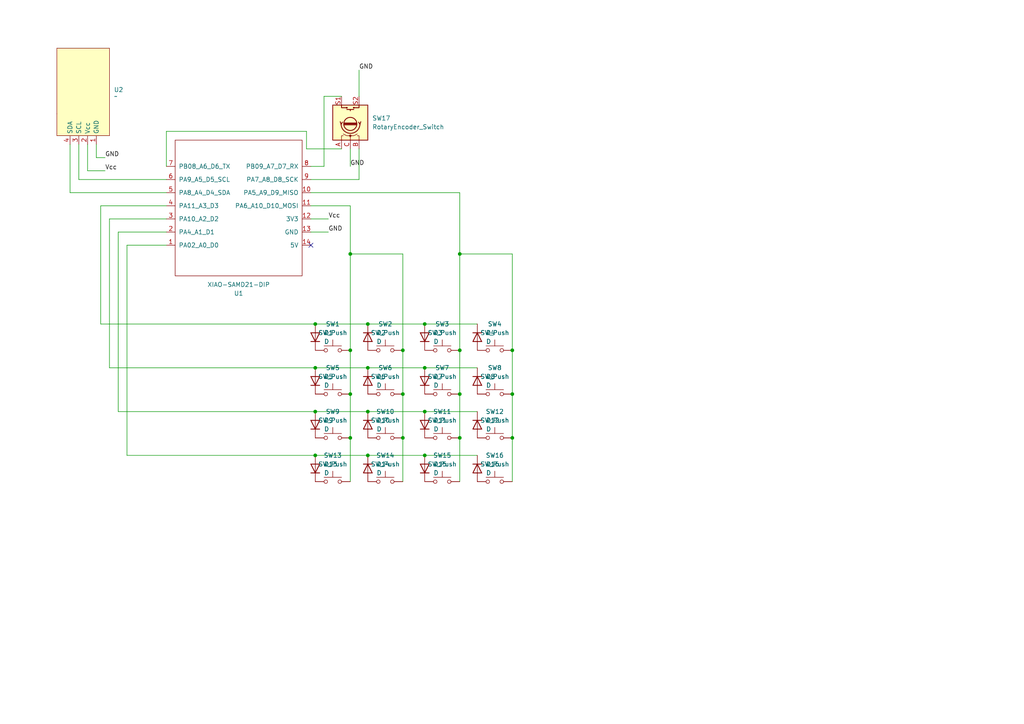
<source format=kicad_sch>
(kicad_sch (version 20231120) (generator "eeschema") (generator_version "8.0")
  (paper "A4")
  (lib_symbols
    (symbol "Device:D" (pin_numbers hide) (pin_names (offset 1.016) hide)
      (property "Reference" "D" (at 0 2.54 0))
      (property "Value" "D" (at 0 -2.54 0))
      (symbol "D_0_1"
        (polyline (pts (xy -1.27 1.27) (xy -1.27 -1.27)) (stroke (width 0.254)))
        (polyline (pts (xy 1.27 0) (xy -1.27 0)))
        (polyline (pts (xy 1.27 1.27) (xy 1.27 -1.27) (xy -1.27 0) (xy 1.27 1.27)) (stroke (width 0.254)))
      )
      (symbol "D_1_1"
        (pin passive line (at -3.81 0 0) (length 2.54) (name "K") (number "1"))
        (pin passive line (at 3.81 0 180) (length 2.54) (name "A") (number "2"))
      )
    )
    (symbol "Device:RotaryEncoder_Switch" (pin_names (offset 0.254) hide)
      (property "Reference" "SW" (at 0 6.604 0))
      (property "Value" "RotaryEncoder_Switch" (at 0 -6.604 0))
      (symbol "RotaryEncoder_Switch_0_1"
        (rectangle (start -5.08 5.08) (end 5.08 -5.08) (stroke (width 0.254)) (fill (type background)))
        (circle (center -3.81 0) (radius 0.254) (fill (type outline)))
        (circle (center -0.381 0) (radius 1.905) (stroke (width 0.254)))
        (arc (start -0.381 2.667) (mid -3.0988 -0.0635) (end -0.381 -2.794) (stroke (width 0.254)))
        (polyline (pts (xy -0.635 -1.778) (xy -0.635 1.778)) (stroke (width 0.254)))
        (polyline (pts (xy -0.381 -1.778) (xy -0.381 1.778)) (stroke (width 0.254)))
        (polyline (pts (xy -0.127 1.778) (xy -0.127 -1.778)) (stroke (width 0.254)))
        (polyline (pts (xy 3.81 0) (xy 3.429 0)) (stroke (width 0.254)))
        (polyline (pts (xy 3.81 1.016) (xy 3.81 -1.016)) (stroke (width 0.254)))
        (polyline (pts (xy -5.08 -2.54) (xy -3.81 -2.54) (xy -3.81 -2.032)))
        (polyline (pts (xy -5.08 2.54) (xy -3.81 2.54) (xy -3.81 2.032)))
        (polyline (pts (xy 0.254 -3.048) (xy -0.508 -2.794) (xy 0.127 -2.413)) (stroke (width 0.254)))
        (polyline (pts (xy 0.254 2.921) (xy -0.508 2.667) (xy 0.127 2.286)) (stroke (width 0.254)))
        (polyline (pts (xy 5.08 -2.54) (xy 4.318 -2.54) (xy 4.318 -1.016)) (stroke (width 0.254)))
        (polyline (pts (xy 5.08 2.54) (xy 4.318 2.54) (xy 4.318 1.016)) (stroke (width 0.254)))
        (polyline (pts (xy -5.08 0) (xy -3.81 0) (xy -3.81 -1.016) (xy -3.302 -2.032)))
        (polyline (pts (xy -4.318 0) (xy -3.81 0) (xy -3.81 1.016) (xy -3.302 2.032)))
        (circle (center 4.318 -1.016) (radius 0.127) (stroke (width 0.254)))
        (circle (center 4.318 1.016) (radius 0.127) (stroke (width 0.254)))
      )
      (symbol "RotaryEncoder_Switch_1_1"
        (pin passive line (at -7.62 2.54 0) (length 2.54) (name "A") (number "A"))
        (pin passive line (at -7.62 -2.54 0) (length 2.54) (name "B") (number "B"))
        (pin passive line (at -7.62 0 0) (length 2.54) (name "C") (number "C"))
        (pin passive line (at 7.62 2.54 180) (length 2.54) (name "S1") (number "S1"))
        (pin passive line (at 7.62 -2.54 180) (length 2.54) (name "S2") (number "S2"))
      )
    )
    (symbol "New_Library:oled_ssd1306_128x32"
      (property "Reference" "U2" (at 15.8751 -16.51 90))
      (property "Value" "~" (at 13.97 -16.51 90))
      (symbol "oled_ssd1306_128x32_0_1"
        (rectangle (start 8.89 0) (end 8.89 0))
      )
      (symbol "oled_ssd1306_128x32_1_1"
        (rectangle (start 2.54 0) (end 27.94 -15.24) (fill (type background)))
        (pin power_out line (at 0 -11.43 0) (length 2.54) (name "GND") (number "1"))
        (pin power_in line (at 0 -8.89 0) (length 2.54) (name "Vcc") (number "2"))
        (pin input line (at 0 -6.35 0) (length 2.54) (name "SCL") (number "3"))
        (pin input line (at 0 -3.81 0) (length 2.54) (name "SDA") (number "4"))
      )
    )
    (symbol "Seeed_Studio_XIAO_Series:XIAO-SAMD21-DIP" (pin_names (offset 1.016))
      (property "Reference" "U" (at -18.542 22.86 0))
      (property "Value" "XIAO-SAMD21-DIP" (at -10.16 21.082 0))
      (symbol "XIAO-SAMD21-DIP_0_1"
        (rectangle (start -19.05 20.32) (end 17.78 -19.05))
      )
      (symbol "XIAO-SAMD21-DIP_1_1"
        (pin passive line (at -21.59 11.43 0) (length 2.54) (name "PA02_A0_D0") (number "1"))
        (pin passive line (at 20.32 -3.81 180) (length 2.54) (name "PA5_A9_D9_MISO") (number "10"))
        (pin passive line (at 20.32 0 180) (length 2.54) (name "PA6_A10_D10_MOSI") (number "11"))
        (pin passive line (at 20.32 3.81 180) (length 2.54) (name "3V3") (number "12"))
        (pin passive line (at 20.32 7.62 180) (length 2.54) (name "GND") (number "13"))
        (pin passive line (at 20.32 11.43 180) (length 2.54) (name "5V") (number "14"))
        (pin passive line (at -21.59 7.62 0) (length 2.54) (name "PA4_A1_D1") (number "2"))
        (pin passive line (at -21.59 3.81 0) (length 2.54) (name "PA10_A2_D2") (number "3"))
        (pin passive line (at -21.59 0 0) (length 2.54) (name "PA11_A3_D3") (number "4"))
        (pin passive line (at -21.59 -3.81 0) (length 2.54) (name "PA8_A4_D4_SDA") (number "5"))
        (pin passive line (at -21.59 -7.62 0) (length 2.54) (name "PA9_A5_D5_SCL") (number "6"))
        (pin passive line (at -21.59 -11.43 0) (length 2.54) (name "PB08_A6_D6_TX") (number "7"))
        (pin passive line (at 20.32 -11.43 180) (length 2.54) (name "PB09_A7_D7_RX") (number "8"))
        (pin passive line (at 20.32 -7.62 180) (length 2.54) (name "PA7_A8_D8_SCK") (number "9"))
      )
    )
    (symbol "Switch:SW_Push" (pin_numbers hide) (pin_names (offset 1.016) hide)
      (property "Reference" "SW" (at 1.27 2.54 0))
      (property "Value" "SW_Push" (at 0 -1.524 0))
      (symbol "SW_Push_0_1"
        (circle (center -2.032 0) (radius 0.508))
        (polyline (pts (xy 0 1.27) (xy 0 3.048)))
        (polyline (pts (xy 2.54 1.27) (xy -2.54 1.27)))
        (circle (center 2.032 0) (radius 0.508))
        (pin passive line (at -5.08 0 0) (length 2.54) (name "1") (number "1"))
        (pin passive line (at 5.08 0 180) (length 2.54) (name "2") (number "2"))
      )
    )
  )
  (junction (at 133.35 73.66))
  (junction (at 101.6 101.6))
  (junction (at 101.6 114.3))
  (junction (at 123.19 119.38))
  (junction (at 91.44 93.98))
  (junction (at 106.68 119.38))
  (junction (at 106.68 93.98))
  (junction (at 133.35 127))
  (junction (at 123.19 106.68))
  (junction (at 116.84 101.6))
  (junction (at 106.68 106.68))
  (junction (at 91.44 119.38))
  (junction (at 101.6 73.66))
  (junction (at 133.35 101.6))
  (junction (at 106.68 132.08))
  (junction (at 123.19 132.08))
  (junction (at 148.59 127))
  (junction (at 148.59 114.3))
  (junction (at 91.44 132.08))
  (junction (at 116.84 127))
  (junction (at 101.6 127))
  (junction (at 133.35 114.3))
  (junction (at 116.84 114.3))
  (junction (at 123.19 93.98))
  (junction (at 148.59 101.6))
  (junction (at 91.44 106.68))
  (no_connect (at 90.17 71.12))
  (wire (pts (xy 133.35 101.6) (xy 133.35 114.3)))
  (wire (pts (xy 106.68 106.68) (xy 123.19 106.68)))
  (wire (pts (xy 133.35 73.66) (xy 133.35 101.6)))
  (wire (pts (xy 123.19 93.98) (xy 138.43 93.98)))
  (wire (pts (xy 133.35 55.88) (xy 133.35 73.66)))
  (wire (pts (xy 31.75 106.68) (xy 91.44 106.68)))
  (wire (pts (xy 88.9 38.1) (xy 48.26 38.1)))
  (wire (pts (xy 30.48 45.72) (xy 27.94 45.72)))
  (wire (pts (xy 91.44 132.08) (xy 106.68 132.08)))
  (wire (pts (xy 116.84 101.6) (xy 116.84 73.66)))
  (wire (pts (xy 20.32 41.91) (xy 20.32 55.88)))
  (wire (pts (xy 101.6 114.3) (xy 101.6 127)))
  (wire (pts (xy 20.32 55.88) (xy 48.26 55.88)))
  (wire (pts (xy 29.21 93.98) (xy 91.44 93.98)))
  (wire (pts (xy 116.84 101.6) (xy 116.84 114.3)))
  (wire (pts (xy 116.84 127) (xy 116.84 139.7)))
  (wire (pts (xy 91.44 106.68) (xy 106.68 106.68)))
  (wire (pts (xy 116.84 73.66) (xy 101.6 73.66)))
  (wire (pts (xy 101.6 101.6) (xy 101.6 114.3)))
  (wire (pts (xy 48.26 38.1) (xy 48.26 48.26)))
  (wire (pts (xy 91.44 119.38) (xy 106.68 119.38)))
  (wire (pts (xy 29.21 93.98) (xy 29.21 59.69)))
  (wire (pts (xy 90.17 63.5) (xy 95.25 63.5)))
  (wire (pts (xy 31.75 63.5) (xy 48.26 63.5)))
  (wire (pts (xy 148.59 73.66) (xy 133.35 73.66)))
  (wire (pts (xy 31.75 106.68) (xy 31.75 63.5)))
  (wire (pts (xy 133.35 114.3) (xy 133.35 127)))
  (wire (pts (xy 34.29 119.38) (xy 91.44 119.38)))
  (wire (pts (xy 90.17 67.31) (xy 95.25 67.31)))
  (wire (pts (xy 88.9 43.18) (xy 88.9 38.1)))
  (wire (pts (xy 93.98 48.26) (xy 90.17 48.26)))
  (wire (pts (xy 123.19 132.08) (xy 138.43 132.08)))
  (wire (pts (xy 104.14 20.32) (xy 104.14 27.94)))
  (wire (pts (xy 36.83 132.08) (xy 91.44 132.08)))
  (wire (pts (xy 29.21 59.69) (xy 48.26 59.69)))
  (wire (pts (xy 133.35 127) (xy 133.35 139.7)))
  (wire (pts (xy 123.19 106.68) (xy 138.43 106.68)))
  (wire (pts (xy 106.68 132.08) (xy 123.19 132.08)))
  (wire (pts (xy 91.44 93.98) (xy 106.68 93.98)))
  (wire (pts (xy 99.06 43.18) (xy 88.9 43.18)))
  (wire (pts (xy 148.59 127) (xy 148.59 139.7)))
  (wire (pts (xy 116.84 114.3) (xy 116.84 127)))
  (wire (pts (xy 148.59 101.6) (xy 148.59 114.3)))
  (wire (pts (xy 99.06 27.94) (xy 93.98 27.94)))
  (wire (pts (xy 106.68 93.98) (xy 123.19 93.98)))
  (wire (pts (xy 34.29 119.38) (xy 34.29 67.31)))
  (wire (pts (xy 101.6 73.66) (xy 101.6 101.6)))
  (wire (pts (xy 22.86 52.07) (xy 48.26 52.07)))
  (wire (pts (xy 90.17 59.69) (xy 101.6 59.69)))
  (wire (pts (xy 123.19 119.38) (xy 138.43 119.38)))
  (wire (pts (xy 30.48 49.53) (xy 25.4 49.53)))
  (wire (pts (xy 148.59 101.6) (xy 148.59 73.66)))
  (wire (pts (xy 104.14 52.07) (xy 90.17 52.07)))
  (wire (pts (xy 106.68 119.38) (xy 123.19 119.38)))
  (wire (pts (xy 36.83 71.12) (xy 48.26 71.12)))
  (wire (pts (xy 101.6 43.18) (xy 101.6 48.26)))
  (wire (pts (xy 22.86 41.91) (xy 22.86 52.07)))
  (wire (pts (xy 34.29 67.31) (xy 48.26 67.31)))
  (wire (pts (xy 90.17 55.88) (xy 133.35 55.88)))
  (wire (pts (xy 104.14 43.18) (xy 104.14 52.07)))
  (wire (pts (xy 36.83 132.08) (xy 36.83 71.12)))
  (wire (pts (xy 101.6 59.69) (xy 101.6 73.66)))
  (wire (pts (xy 101.6 127) (xy 101.6 139.7)))
  (wire (pts (xy 148.59 114.3) (xy 148.59 127)))
  (wire (pts (xy 93.98 27.94) (xy 93.98 48.26)))
  (wire (pts (xy 25.4 41.91) (xy 25.4 49.53)))
  (wire (pts (xy 27.94 45.72) (xy 27.94 41.91)))
  (label "GND" (at 30.48 45.72 0))
  (label "GND" (at 104.14 20.32 0))
  (label "GND" (at 95.25 67.31 0))
  (label "GND" (at 101.6 48.26 0))
  (label "Vcc" (at 95.25 63.5 0))
  (label "Vcc" (at 30.48 49.53 0))
  (symbol (lib_id "Seeed_Studio_XIAO_Series:XIAO-SAMD21-DIP") (at 69.85 59.69 0) (mirror x) (unit 1)
    (property "Reference" "U1" (at 69.215 85.09 0))
    (property "Value" "XIAO-SAMD21-DIP" (at 69.215 82.55 0))
    (property "Footprint" "Seeed Studio XIAO Series Library:XIAO-SAMD21-DIP" (effects (hide yes)))
  )
  (symbol (lib_id "Switch:SW_Push") (at 143.51 127 0) (unit 1)
    (property "Reference" "SW12" (at 143.51 119.38 0))
    (property "Value" "SW_Push" (at 143.51 121.92 0))
    (property "Footprint" "PCM_Switch_Keyboard_Cherry_MX:SW_Cherry_MX_PCB" (effects (hide yes)))
    (property "Description" "Push button switch, generic, two pins" (effects (hide yes)))
  )
  (symbol (lib_id "Device:D") (at 106.68 97.79 270) (unit 1)
    (property "Reference" "D2" (at 109.22 96.5199 90) (effects (justify left)))
    (property "Value" "D" (at 109.22 99.0599 90) (effects (justify left)))
    (property "Footprint" "Diode_THT:D_DO-35_SOD27_P7.62mm_Horizontal" (effects (hide yes)))
    (property "Description" "Diode" (effects (hide yes)))
    (property "Sim.Device" "D" (effects (hide yes)))
    (property "Sim.Pins" "1=K 2=A" (effects (hide yes)))
  )
  (symbol (lib_id "Device:D") (at 138.43 110.49 270) (unit 1)
    (property "Reference" "D8" (at 140.97 109.2199 90) (effects (justify left)))
    (property "Value" "D" (at 140.97 111.7599 90) (effects (justify left)))
    (property "Footprint" "Diode_THT:D_DO-35_SOD27_P7.62mm_Horizontal" (effects (hide yes)))
    (property "Description" "Diode" (effects (hide yes)))
    (property "Sim.Device" "D" (effects (hide yes)))
    (property "Sim.Pins" "1=K 2=A" (effects (hide yes)))
  )
  (symbol (lib_id "Switch:SW_Push") (at 111.76 139.7 0) (unit 1)
    (property "Reference" "SW14" (at 111.76 132.08 0))
    (property "Value" "SW_Push" (at 111.76 134.62 0))
    (property "Footprint" "PCM_Switch_Keyboard_Cherry_MX:SW_Cherry_MX_PCB" (effects (hide yes)))
    (property "Description" "Push button switch, generic, two pins" (effects (hide yes)))
  )
  (symbol (lib_id "Device:D") (at 123.19 110.49 90) (unit 1)
    (property "Reference" "D7" (at 125.73 109.2199 90) (effects (justify right)))
    (property "Value" "D" (at 125.73 111.7599 90) (effects (justify right)))
    (property "Footprint" "Diode_THT:D_DO-35_SOD27_P7.62mm_Horizontal" (effects (hide yes)))
    (property "Description" "Diode" (effects (hide yes)))
    (property "Sim.Device" "D" (effects (hide yes)))
    (property "Sim.Pins" "1=K 2=A" (effects (hide yes)))
  )
  (symbol (lib_id "Switch:SW_Push") (at 96.52 139.7 0) (unit 1)
    (property "Reference" "SW13" (at 96.52 132.08 0))
    (property "Value" "SW_Push" (at 96.52 134.62 0))
    (property "Footprint" "PCM_Switch_Keyboard_Cherry_MX:SW_Cherry_MX_PCB" (effects (hide yes)))
    (property "Description" "Push button switch, generic, two pins" (effects (hide yes)))
  )
  (symbol (lib_id "Device:D") (at 106.68 135.89 270) (unit 1)
    (property "Reference" "D14" (at 109.22 134.6199 90) (effects (justify left)))
    (property "Value" "D" (at 109.22 137.1599 90) (effects (justify left)))
    (property "Footprint" "Diode_THT:D_DO-35_SOD27_P7.62mm_Horizontal" (effects (hide yes)))
    (property "Description" "Diode" (effects (hide yes)))
    (property "Sim.Device" "D" (effects (hide yes)))
    (property "Sim.Pins" "1=K 2=A" (effects (hide yes)))
  )
  (symbol (lib_id "Switch:SW_Push") (at 96.52 101.6 0) (unit 1)
    (property "Reference" "SW1" (at 96.52 93.98 0))
    (property "Value" "SW_Push" (at 96.52 96.52 0))
    (property "Footprint" "PCM_Switch_Keyboard_Cherry_MX:SW_Cherry_MX_PCB" (effects (hide yes)))
    (property "Description" "Push button switch, generic, two pins" (effects (hide yes)))
  )
  (symbol (lib_id "Switch:SW_Push") (at 143.51 114.3 0) (unit 1)
    (property "Reference" "SW8" (at 143.51 106.68 0))
    (property "Value" "SW_Push" (at 143.51 109.22 0))
    (property "Footprint" "PCM_Switch_Keyboard_Cherry_MX:SW_Cherry_MX_PCB" (effects (hide yes)))
    (property "Description" "Push button switch, generic, two pins" (effects (hide yes)))
  )
  (symbol (lib_id "Device:D") (at 91.44 135.89 90) (unit 1)
    (property "Reference" "D13" (at 93.98 134.6199 90) (effects (justify right)))
    (property "Value" "D" (at 93.98 137.1599 90) (effects (justify right)))
    (property "Footprint" "Diode_THT:D_DO-35_SOD27_P7.62mm_Horizontal" (effects (hide yes)))
    (property "Description" "Diode" (effects (hide yes)))
    (property "Sim.Device" "D" (effects (hide yes)))
    (property "Sim.Pins" "1=K 2=A" (effects (hide yes)))
  )
  (symbol (lib_id "Switch:SW_Push") (at 143.51 101.6 0) (unit 1)
    (property "Reference" "SW4" (at 143.51 93.98 0))
    (property "Value" "SW_Push" (at 143.51 96.52 0))
    (property "Footprint" "PCM_Switch_Keyboard_Cherry_MX:SW_Cherry_MX_PCB" (effects (hide yes)))
    (property "Description" "Push button switch, generic, two pins" (effects (hide yes)))
  )
  (symbol (lib_id "Device:D") (at 123.19 97.79 90) (unit 1)
    (property "Reference" "D3" (at 125.73 96.5199 90) (effects (justify right)))
    (property "Value" "D" (at 125.73 99.0599 90) (effects (justify right)))
    (property "Footprint" "Diode_THT:D_DO-35_SOD27_P7.62mm_Horizontal" (effects (hide yes)))
    (property "Description" "Diode" (effects (hide yes)))
    (property "Sim.Device" "D" (effects (hide yes)))
    (property "Sim.Pins" "1=K 2=A" (effects (hide yes)))
  )
  (symbol (lib_id "Device:D") (at 138.43 97.79 270) (unit 1)
    (property "Reference" "D4" (at 140.97 96.5199 90) (effects (justify left)))
    (property "Value" "D" (at 140.97 99.0599 90) (effects (justify left)))
    (property "Footprint" "Diode_THT:D_DO-35_SOD27_P7.62mm_Horizontal" (effects (hide yes)))
    (property "Description" "Diode" (effects (hide yes)))
    (property "Sim.Device" "D" (effects (hide yes)))
    (property "Sim.Pins" "1=K 2=A" (effects (hide yes)))
  )
  (symbol (lib_id "Switch:SW_Push") (at 96.52 127 0) (unit 1)
    (property "Reference" "SW9" (at 96.52 119.38 0))
    (property "Value" "SW_Push" (at 96.52 121.92 0))
    (property "Footprint" "PCM_Switch_Keyboard_Cherry_MX:SW_Cherry_MX_PCB" (effects (hide yes)))
    (property "Description" "Push button switch, generic, two pins" (effects (hide yes)))
  )
  (symbol (lib_id "Device:D") (at 106.68 110.49 270) (unit 1)
    (property "Reference" "D6" (at 109.22 109.2199 90) (effects (justify left)))
    (property "Value" "D" (at 109.22 111.7599 90) (effects (justify left)))
    (property "Footprint" "Diode_THT:D_DO-35_SOD27_P7.62mm_Horizontal" (effects (hide yes)))
    (property "Description" "Diode" (effects (hide yes)))
    (property "Sim.Device" "D" (effects (hide yes)))
    (property "Sim.Pins" "1=K 2=A" (effects (hide yes)))
  )
  (symbol (lib_id "Device:D") (at 91.44 97.79 90) (unit 1)
    (property "Reference" "D1" (at 93.98 96.5199 90) (effects (justify right)))
    (property "Value" "D" (at 93.98 99.0599 90) (effects (justify right)))
    (property "Footprint" "Diode_THT:D_DO-35_SOD27_P7.62mm_Horizontal" (effects (hide yes)))
    (property "Description" "Diode" (effects (hide yes)))
    (property "Sim.Device" "D" (effects (hide yes)))
    (property "Sim.Pins" "1=K 2=A" (effects (hide yes)))
  )
  (symbol (lib_id "Switch:SW_Push") (at 128.27 127 0) (unit 1)
    (property "Reference" "SW11" (at 128.27 119.38 0))
    (property "Value" "SW_Push" (at 128.27 121.92 0))
    (property "Footprint" "PCM_Switch_Keyboard_Cherry_MX:SW_Cherry_MX_PCB" (effects (hide yes)))
    (property "Description" "Push button switch, generic, two pins" (effects (hide yes)))
  )
  (symbol (lib_id "Device:D") (at 123.19 135.89 90) (unit 1)
    (property "Reference" "D15" (at 125.73 134.6199 90) (effects (justify right)))
    (property "Value" "D" (at 125.73 137.1599 90) (effects (justify right)))
    (property "Footprint" "Diode_THT:D_DO-35_SOD27_P7.62mm_Horizontal" (effects (hide yes)))
    (property "Description" "Diode" (effects (hide yes)))
    (property "Sim.Device" "D" (effects (hide yes)))
    (property "Sim.Pins" "1=K 2=A" (effects (hide yes)))
  )
  (symbol (lib_id "Device:RotaryEncoder_Switch") (at 101.6 35.56 90) (unit 1)
    (property "Reference" "SW17" (at 107.95 34.2899 90) (effects (justify right)))
    (property "Value" "RotaryEncoder_Switch" (at 107.95 36.8299 90) (effects (justify right)))
    (property "Footprint" "Rotary_Encoder:RotaryEncoder_Alps_EC11E-Switch_Vertical_H20mm" (effects (hide yes)))
    (property "Description" "Rotary encoder, dual channel, incremental quadrate outputs, with switch" (effects (hide yes)))
  )
  (symbol (lib_id "Switch:SW_Push") (at 128.27 114.3 0) (unit 1)
    (property "Reference" "SW7" (at 128.27 106.68 0))
    (property "Value" "SW_Push" (at 128.27 109.22 0))
    (property "Footprint" "PCM_Switch_Keyboard_Cherry_MX:SW_Cherry_MX_PCB" (effects (hide yes)))
    (property "Description" "Push button switch, generic, two pins" (effects (hide yes)))
  )
  (symbol (lib_id "Switch:SW_Push") (at 111.76 101.6 0) (unit 1)
    (property "Reference" "SW2" (at 111.76 93.98 0))
    (property "Value" "SW_Push" (at 111.76 96.52 0))
    (property "Footprint" "PCM_Switch_Keyboard_Cherry_MX:SW_Cherry_MX_PCB" (effects (hide yes)))
    (property "Description" "Push button switch, generic, two pins" (effects (hide yes)))
  )
  (symbol (lib_id "Switch:SW_Push") (at 96.52 114.3 0) (unit 1)
    (property "Reference" "SW5" (at 96.52 106.68 0))
    (property "Value" "SW_Push" (at 96.52 109.22 0))
    (property "Footprint" "PCM_Switch_Keyboard_Cherry_MX:SW_Cherry_MX_PCB" (effects (hide yes)))
    (property "Description" "Push button switch, generic, two pins" (effects (hide yes)))
  )
  (symbol (lib_id "Device:D") (at 106.68 123.19 270) (unit 1)
    (property "Reference" "D10" (at 109.22 121.9199 90) (effects (justify left)))
    (property "Value" "D" (at 109.22 124.4599 90) (effects (justify left)))
    (property "Footprint" "Diode_THT:D_DO-35_SOD27_P7.62mm_Horizontal" (effects (hide yes)))
    (property "Description" "Diode" (effects (hide yes)))
    (property "Sim.Device" "D" (effects (hide yes)))
    (property "Sim.Pins" "1=K 2=A" (effects (hide yes)))
  )
  (symbol (lib_id "Switch:SW_Push") (at 111.76 114.3 0) (unit 1)
    (property "Reference" "SW6" (at 111.76 106.68 0))
    (property "Value" "SW_Push" (at 111.76 109.22 0))
    (property "Footprint" "PCM_Switch_Keyboard_Cherry_MX:SW_Cherry_MX_PCB" (effects (hide yes)))
    (property "Description" "Push button switch, generic, two pins" (effects (hide yes)))
  )
  (symbol (lib_id "New_Library:oled_ssd1306_128x32") (at 16.51 41.91 90) (unit 1)
    (property "Reference" "U2" (at 33.02 26.0349 90) (effects (justify right)))
    (property "Value" "~" (at 33.02 27.94 90) (effects (justify right)))
    (property "Footprint" "Downloads:SSD1306-0.91-OLED-4pin-128x32" (effects (hide yes)))
  )
  (symbol (lib_id "Switch:SW_Push") (at 128.27 101.6 0) (unit 1)
    (property "Reference" "SW3" (at 128.27 93.98 0))
    (property "Value" "SW_Push" (at 128.27 96.52 0))
    (property "Footprint" "PCM_Switch_Keyboard_Cherry_MX:SW_Cherry_MX_PCB" (effects (hide yes)))
    (property "Description" "Push button switch, generic, two pins" (effects (hide yes)))
  )
  (symbol (lib_id "Switch:SW_Push") (at 143.51 139.7 0) (unit 1)
    (property "Reference" "SW16" (at 143.51 132.08 0))
    (property "Value" "SW_Push" (at 143.51 134.62 0))
    (property "Footprint" "PCM_Switch_Keyboard_Cherry_MX:SW_Cherry_MX_PCB" (effects (hide yes)))
    (property "Description" "Push button switch, generic, two pins" (effects (hide yes)))
  )
  (symbol (lib_id "Device:D") (at 91.44 123.19 90) (unit 1)
    (property "Reference" "D9" (at 93.98 121.9199 90) (effects (justify right)))
    (property "Value" "D" (at 93.98 124.4599 90) (effects (justify right)))
    (property "Footprint" "Diode_THT:D_DO-35_SOD27_P7.62mm_Horizontal" (effects (hide yes)))
    (property "Description" "Diode" (effects (hide yes)))
    (property "Sim.Device" "D" (effects (hide yes)))
    (property "Sim.Pins" "1=K 2=A" (effects (hide yes)))
  )
  (symbol (lib_id "Switch:SW_Push") (at 128.27 139.7 0) (unit 1)
    (property "Reference" "SW15" (at 128.27 132.08 0))
    (property "Value" "SW_Push" (at 128.27 134.62 0))
    (property "Footprint" "PCM_Switch_Keyboard_Cherry_MX:SW_Cherry_MX_PCB" (effects (hide yes)))
    (property "Description" "Push button switch, generic, two pins" (effects (hide yes)))
  )
  (symbol (lib_id "Device:D") (at 91.44 110.49 90) (unit 1)
    (property "Reference" "D5" (at 93.98 109.2199 90) (effects (justify right)))
    (property "Value" "D" (at 93.98 111.7599 90) (effects (justify right)))
    (property "Footprint" "Diode_THT:D_DO-35_SOD27_P7.62mm_Horizontal" (effects (hide yes)))
    (property "Description" "Diode" (effects (hide yes)))
    (property "Sim.Device" "D" (effects (hide yes)))
    (property "Sim.Pins" "1=K 2=A" (effects (hide yes)))
  )
  (symbol (lib_id "Device:D") (at 138.43 135.89 270) (unit 1)
    (property "Reference" "D16" (at 140.97 134.6199 90) (effects (justify left)))
    (property "Value" "D" (at 140.97 137.1599 90) (effects (justify left)))
    (property "Footprint" "Diode_THT:D_DO-35_SOD27_P7.62mm_Horizontal" (effects (hide yes)))
    (property "Description" "Diode" (effects (hide yes)))
    (property "Sim.Device" "D" (effects (hide yes)))
    (property "Sim.Pins" "1=K 2=A" (effects (hide yes)))
  )
  (symbol (lib_id "Device:D") (at 123.19 123.19 90) (unit 1)
    (property "Reference" "D11" (at 125.73 121.9199 90) (effects (justify right)))
    (property "Value" "D" (at 125.73 124.4599 90) (effects (justify right)))
    (property "Footprint" "Diode_THT:D_DO-35_SOD27_P7.62mm_Horizontal" (effects (hide yes)))
    (property "Description" "Diode" (effects (hide yes)))
    (property "Sim.Device" "D" (effects (hide yes)))
    (property "Sim.Pins" "1=K 2=A" (effects (hide yes)))
  )
  (symbol (lib_id "Switch:SW_Push") (at 111.76 127 0) (unit 1)
    (property "Reference" "SW10" (at 111.76 119.38 0))
    (property "Value" "SW_Push" (at 111.76 121.92 0))
    (property "Footprint" "PCM_Switch_Keyboard_Cherry_MX:SW_Cherry_MX_PCB" (effects (hide yes)))
    (property "Description" "Push button switch, generic, two pins" (effects (hide yes)))
  )
  (symbol (lib_id "Device:D") (at 138.43 123.19 270) (unit 1)
    (property "Reference" "D12" (at 140.97 121.9199 90) (effects (justify left)))
    (property "Value" "D" (at 140.97 124.4599 90) (effects (justify left)))
    (property "Footprint" "Diode_THT:D_DO-35_SOD27_P7.62mm_Horizontal" (effects (hide yes)))
    (property "Description" "Diode" (effects (hide yes)))
    (property "Sim.Device" "D" (effects (hide yes)))
    (property "Sim.Pins" "1=K 2=A" (effects (hide yes)))
  )
)
</source>
